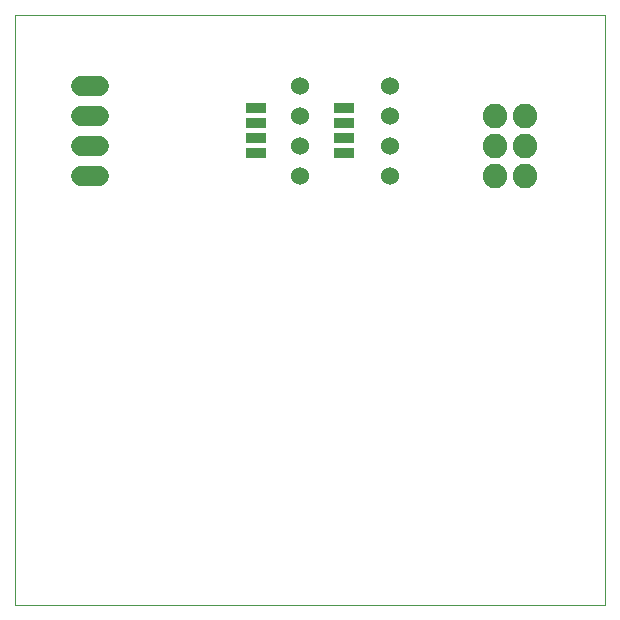
<source format=gts>
G75*
%MOIN*%
%OFA0B0*%
%FSLAX25Y25*%
%IPPOS*%
%LPD*%
%AMOC8*
5,1,8,0,0,1.08239X$1,22.5*
%
%ADD10C,0.00000*%
%ADD11C,0.08200*%
%ADD12R,0.06800X0.03800*%
%ADD13C,0.06800*%
%ADD14C,0.06000*%
D10*
X0001000Y0001000D02*
X0001000Y0197850D01*
X0197850Y0197850D01*
X0197850Y0001000D01*
X0001000Y0001000D01*
D11*
X0161000Y0144150D03*
X0161000Y0154150D03*
X0161000Y0164150D03*
X0171000Y0164150D03*
X0171000Y0154150D03*
X0171000Y0144150D03*
D12*
X0110673Y0151650D03*
X0110673Y0156650D03*
X0110673Y0161650D03*
X0110673Y0166650D03*
X0081500Y0166650D03*
X0081500Y0161650D03*
X0081500Y0156650D03*
X0081500Y0151650D03*
D13*
X0029000Y0154150D02*
X0023000Y0154150D01*
X0023000Y0164150D02*
X0029000Y0164150D01*
X0029000Y0174150D02*
X0023000Y0174150D01*
X0023000Y0144150D02*
X0029000Y0144150D01*
D14*
X0096000Y0144150D03*
X0096000Y0154150D03*
X0096000Y0164150D03*
X0096000Y0174150D03*
X0126000Y0174150D03*
X0126000Y0164150D03*
X0126000Y0154150D03*
X0126000Y0144150D03*
M02*

</source>
